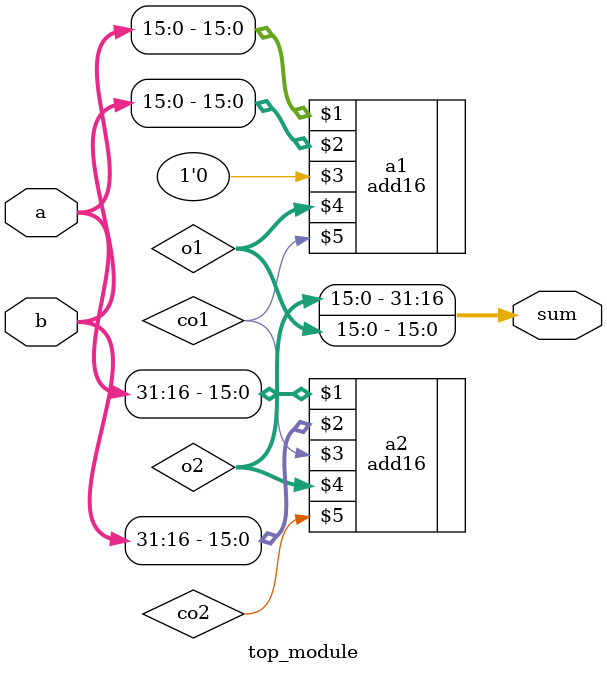
<source format=v>
module top_module(
	input [31:0] a,
	input [31:0] b,
	output [31:0] sum
);

	wire [15:0] o1, o2;
	wire co1, co2;

	add16 a1(a[15:0], b[15:0], 1'b0,  o1, co1);
	add16 a2(a[31:16], b[31:16], co1, o2, co2);

	assign sum = {o2, o1};

endmodule

</source>
